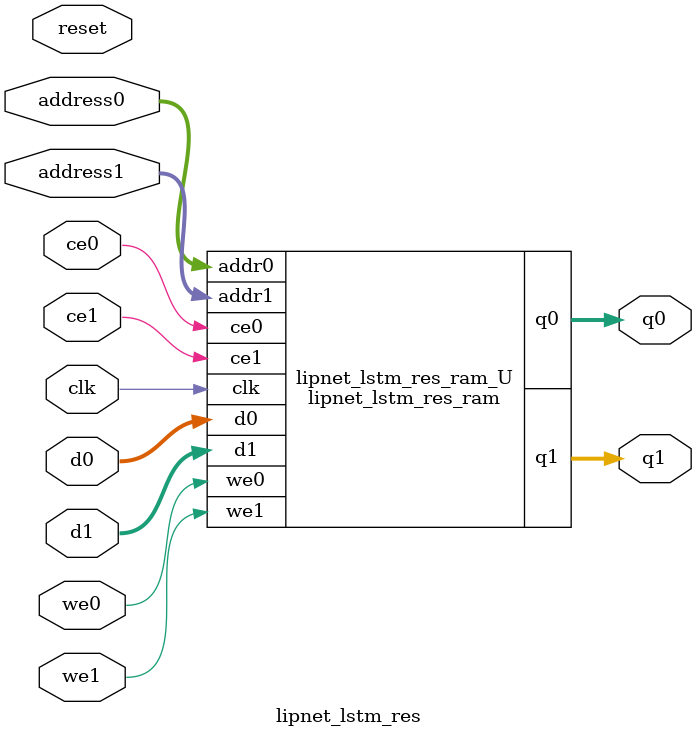
<source format=v>
`timescale 1 ns / 1 ps
module lipnet_lstm_res_ram (addr0, ce0, d0, we0, q0, addr1, ce1, d1, we1, q1,  clk);

parameter DWIDTH = 32;
parameter AWIDTH = 3;
parameter MEM_SIZE = 5;

input[AWIDTH-1:0] addr0;
input ce0;
input[DWIDTH-1:0] d0;
input we0;
output reg[DWIDTH-1:0] q0;
input[AWIDTH-1:0] addr1;
input ce1;
input[DWIDTH-1:0] d1;
input we1;
output reg[DWIDTH-1:0] q1;
input clk;

(* ram_style = "block" *)reg [DWIDTH-1:0] ram[0:MEM_SIZE-1];




always @(posedge clk)  
begin 
    if (ce0) begin
        if (we0) 
            ram[addr0] <= d0; 
        q0 <= ram[addr0];
    end
end


always @(posedge clk)  
begin 
    if (ce1) begin
        if (we1) 
            ram[addr1] <= d1; 
        q1 <= ram[addr1];
    end
end


endmodule

`timescale 1 ns / 1 ps
module lipnet_lstm_res(
    reset,
    clk,
    address0,
    ce0,
    we0,
    d0,
    q0,
    address1,
    ce1,
    we1,
    d1,
    q1);

parameter DataWidth = 32'd32;
parameter AddressRange = 32'd5;
parameter AddressWidth = 32'd3;
input reset;
input clk;
input[AddressWidth - 1:0] address0;
input ce0;
input we0;
input[DataWidth - 1:0] d0;
output[DataWidth - 1:0] q0;
input[AddressWidth - 1:0] address1;
input ce1;
input we1;
input[DataWidth - 1:0] d1;
output[DataWidth - 1:0] q1;



lipnet_lstm_res_ram lipnet_lstm_res_ram_U(
    .clk( clk ),
    .addr0( address0 ),
    .ce0( ce0 ),
    .we0( we0 ),
    .d0( d0 ),
    .q0( q0 ),
    .addr1( address1 ),
    .ce1( ce1 ),
    .we1( we1 ),
    .d1( d1 ),
    .q1( q1 ));

endmodule


</source>
